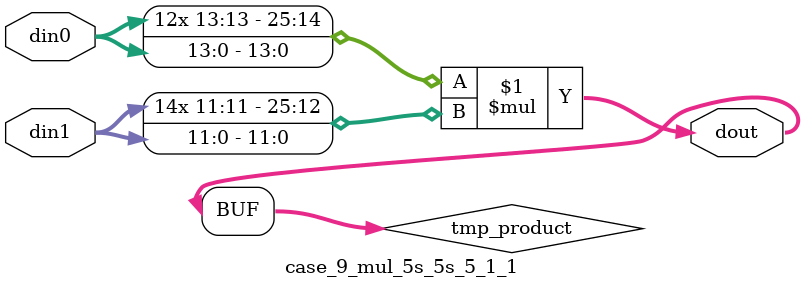
<source format=v>

`timescale 1 ns / 1 ps

 module case_9_mul_5s_5s_5_1_1(din0, din1, dout);
parameter ID = 1;
parameter NUM_STAGE = 0;
parameter din0_WIDTH = 14;
parameter din1_WIDTH = 12;
parameter dout_WIDTH = 26;

input [din0_WIDTH - 1 : 0] din0; 
input [din1_WIDTH - 1 : 0] din1; 
output [dout_WIDTH - 1 : 0] dout;

wire signed [dout_WIDTH - 1 : 0] tmp_product;



























assign tmp_product = $signed(din0) * $signed(din1);








assign dout = tmp_product;





















endmodule

</source>
